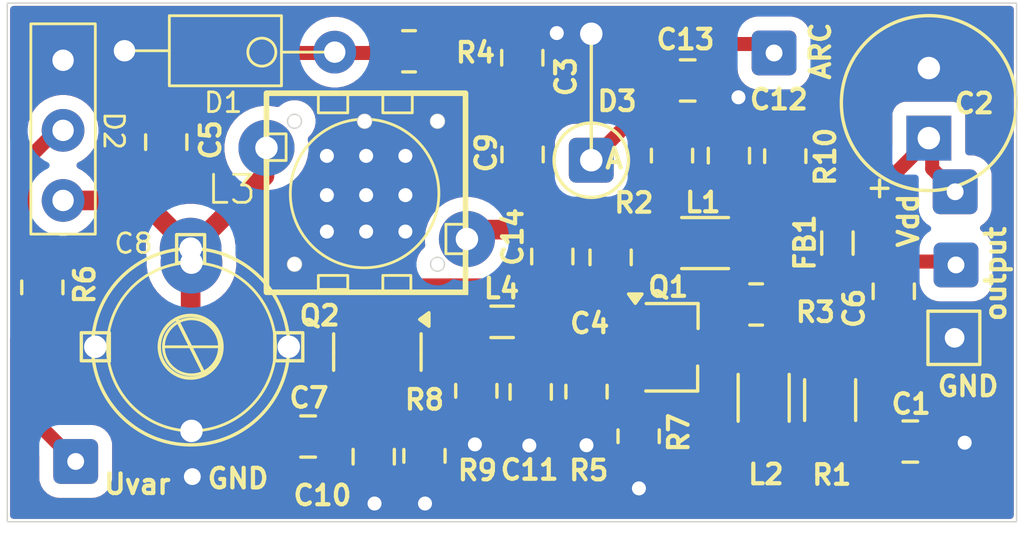
<source format=kicad_pcb>
(kicad_pcb (version 20241229) (generator "pcbnew") (generator_version "9.0")
  (layers (0 "F.Cu" signal) (4 "In1.Cu" signal) (6 "In2.Cu" signal) (2 "B.Cu" signal) (13 "F.Paste" user) (15 "B.Paste" user) (5 "F.SilkS" user "F.Silkscreen") (7 "B.SilkS" user "B.Silkscreen") (1 "F.Mask" user) (3 "B.Mask" user) (25 "Edge.Cuts" user))
  (net 0 "")
  (net 1 "GND")
  (net 2 "Net-(C1-Pad1)")
  (net 3 "+14V")
  (net 4 "Net-(C3-Pad2)")
  (net 5 "Net-(C6-Pad2)")
  (net 6 "Net-(Q1-B)")
  (net 7 "Net-(Q2-D)")
  (net 8 "Net-(D2-A2)")
  (net 9 "Net-(D1-A1)")
  (net 10 "Net-(Q1-E)")
  (net 11 "Net-(C11-Pad1)")
  (net 12 "Net-(Q2-G)")
  (net 13 "Net-(D2-K)")
  (net 14 "Net-(Q1-C)")
  (net 15 "Net-(Q2-S)")
  (net 16 "Net-(R6-Pad1)")
  (net 17 "Net-(FB1-Pad1)")
  (net 18 "Net-(C12-Pad1)")
  (net 19 "Net-(D3-K)")
  (net 20 "Net-(C14-Pad1)")
  (footprint "Connector_Wire:SolderWire-0.1sqmm_1x01_D0.4mm_OD1mm" (layer "F.Cu") (at 176.81 106.48)
    (property "Reference" "TP1")
    (property "Value" "Vdd" (at -1.67 1.03 270) (layer "F.SilkS") (effects (font (size 0.7 0.7))))
    (pad "1" thru_hole roundrect (at 0 0) (size 1.6 1.6) (drill 0.6) (layers "*.Cu" "*.Mask") (roundrect_rratio 0.15625) (net 3 "+14V"))
  )
  (footprint "Warikapy:BB105G" (layer "F.Cu") (at 150.98 101.5 180)
    (property "Reference" "D1" (at 0.28 -1.8 0) (layer "F.SilkS") (effects (font (size 0.7 0.7) (thickness 0.1))))
    (property "Value" "BB105G")
    (fp_line (start 2.2 0.05) (end 3.8 0.05) (stroke (width 0.1)) (layer "F.SilkS"))
    (fp_line (start -3.7 0) (end -1.8 0) (stroke (width 0.1)) (layer "F.SilkS"))
    (fp_rect (start -1.8 -1.2) (end 2.2 1.3) (stroke (width 0.1)) (fill no) (layer "F.SilkS"))
    (fp_circle (center -1.1 0) (end -0.8 0.4) (stroke (width 0.1)) (fill no) (layer "F.SilkS"))
    (pad "1" thru_hole circle (at -3.7 0 180) (size 1.524 1.524) (drill 0.762) (layers "*.Cu" "*.Mask") (net 9 "Net-(D1-A1)"))
    (pad "2" thru_hole circle (at 3.8 0.05 180) (size 1.524 1.524) (drill 0.762) (layers "*.Cu" "*.Mask") (net 1 "GND"))
  )
  (footprint "Capacitor_SMD:C_0805_2012Metric" (layer "F.Cu") (at 167.27 102.51)
    (property "Reference" "C13" (at -0.08 -1.46 0) (layer "F.SilkS") (effects (font (size 0.7 0.7))))
    (property "Value" "100n")
    (fp_line (start -0.261252 -0.735) (end 0.261252 -0.735) (stroke (width 0.12)) (layer "F.SilkS"))
    (fp_line (start -0.261252 0.735) (end 0.261252 0.735) (stroke (width 0.12)) (layer "F.SilkS"))
    (pad "1" smd roundrect (at -0.95 0) (size 1 1.45) (layers "F.Cu" "F.Mask" "F.Paste") (net 19 "Net-(D3-K)"))
    (pad "2" smd roundrect (at 0.95 0) (size 1 1.45) (layers "F.Cu" "F.Mask" "F.Paste") (net 1 "GND"))
  )
  (footprint "Resistor_SMD:R_0805_2012Metric" (layer "F.Cu") (at 144.25 109.89 90)
    (property "Reference" "R6" (at 0.1 1.51 90) (layer "F.SilkS") (effects (font (size 0.7 0.7))))
    (property "Value" "56k")
    (fp_line (start -0.227064 -0.735) (end 0.227064 -0.735) (stroke (width 0.12)) (layer "F.SilkS"))
    (fp_line (start -0.227064 0.735) (end 0.227064 0.735) (stroke (width 0.12)) (layer "F.SilkS"))
    (pad "1" smd roundrect (at -0.9125 0 90) (size 1.025 1.4) (layers "F.Cu" "F.Mask" "F.Paste") (roundrect_rratio 0.243902) (net 16 "Net-(R6-Pad1)"))
    (pad "2" smd roundrect (at 0.9125 0 90) (size 1.025 1.4) (layers "F.Cu" "F.Mask" "F.Paste") (roundrect_rratio 0.243902) (net 13 "Net-(D2-K)"))
  )
  (footprint "Resistor_SMD:R_0805_2012Metric" (layer "F.Cu") (at 166.71 105.19 -90)
    (property "Reference" "R2" (at 1.685 1.36 180) (layer "F.SilkS") (effects (font (size 0.7 0.7))))
    (property "Value" "1k")
    (fp_line (start -0.227064 0.735) (end 0.227064 0.735) (stroke (width 0.12)) (layer "F.SilkS"))
    (fp_line (start -0.227064 -0.735) (end 0.227064 -0.735) (stroke (width 0.12)) (layer "F.SilkS"))
    (pad "1" smd roundrect (at -0.9125 0 270) (size 1.025 1.4) (layers "F.Cu" "F.Mask" "F.Paste") (roundrect_rratio 0.243902) (net 19 "Net-(D3-K)"))
    (pad "2" smd roundrect (at 0.9125 0 270) (size 1.025 1.4) (layers "F.Cu" "F.Mask" "F.Paste") (roundrect_rratio 0.243902) (net 18 "Net-(C12-Pad1)"))
  )
  (footprint "Resistor_SMD:R_0805_2012Metric" (layer "F.Cu") (at 157.33 101.47 180)
    (property "Reference" "R4" (at -2.37 -0.05 0) (layer "F.SilkS") (effects (font (size 0.7 0.7))))
    (property "Value" "100k")
    (fp_line (start -0.227064 0.735) (end 0.227064 0.735) (stroke (width 0.12)) (layer "F.SilkS"))
    (fp_line (start -0.227064 -0.735) (end 0.227064 -0.735) (stroke (width 0.12)) (layer "F.SilkS"))
    (pad "1" smd roundrect (at -0.9125 0 180) (size 1.025 1.4) (layers "F.Cu" "F.Mask" "F.Paste") (roundrect_rratio 0.243902) (net 4 "Net-(C3-Pad2)"))
    (pad "2" smd roundrect (at 0.9125 0 180) (size 1.025 1.4) (layers "F.Cu" "F.Mask" "F.Paste") (roundrect_rratio 0.243902) (net 9 "Net-(D1-A1)"))
  )
  (footprint "Resistor_SMD:R_0805_2012Metric" (layer "F.Cu") (at 170.75 105.21 -90)
    (property "Reference" "R10" (at 0.02 -1.43 90) (layer "F.SilkS") (effects (font (size 0.7 0.7))))
    (property "Value" "1k")
    (fp_line (start -0.227064 0.735) (end 0.227064 0.735) (stroke (width 0.12)) (layer "F.SilkS"))
    (fp_line (start -0.227064 -0.735) (end 0.227064 -0.735) (stroke (width 0.12)) (layer "F.SilkS"))
    (pad "1" smd roundrect (at -0.9125 0 270) (size 1.025 1.4) (layers "F.Cu" "F.Mask" "F.Paste") (roundrect_rratio 0.243902) (net 19 "Net-(D3-K)"))
    (pad "2" smd roundrect (at 0.9125 0 270) (size 1.025 1.4) (layers "F.Cu" "F.Mask" "F.Paste") (roundrect_rratio 0.243902) (net 17 "Net-(FB1-Pad1)"))
  )
  (footprint "Inductor_SMD:L_0805_2012Metric" (layer "F.Cu") (at 172.61 108.31 90)
    (property "Reference" "FB1" (at 0.02 -1.16 90) (layer "F.SilkS") (effects (font (size 0.7 0.7))))
    (property "Value" "BLM21HE802SN1")
    (fp_line (start -0.399622 -0.56) (end 0.399622 -0.56) (stroke (width 0.12)) (layer "F.SilkS"))
    (fp_line (start -0.399622 0.56) (end 0.399622 0.56) (stroke (width 0.12)) (layer "F.SilkS"))
    (pad "1" smd roundrect (at -1.0625 0 90) (size 0.875 1.2) (layers "F.Cu" "F.Mask" "F.Paste") (net 17 "Net-(FB1-Pad1)"))
    (pad "2" smd roundrect (at 1.0625 0 90) (size 0.875 1.2) (layers "F.Cu" "F.Mask" "F.Paste") (net 3 "+14V"))
  )
  (footprint "Resistor_SMD:R_0805_2012Metric" (layer "F.Cu") (at 159.73 113.58 -90)
    (property "Reference" "R9" (at 2.84 -0.04 180) (layer "F.SilkS") (effects (font (size 0.7 0.7))))
    (property "Value" "470")
    (fp_line (start -0.227064 0.735) (end 0.227064 0.735) (stroke (width 0.12)) (layer "F.SilkS"))
    (fp_line (start -0.227064 -0.735) (end 0.227064 -0.735) (stroke (width 0.12)) (layer "F.SilkS"))
    (pad "1" smd roundrect (at -0.9125 0 270) (size 1.025 1.4) (layers "F.Cu" "F.Mask" "F.Paste") (roundrect_rratio 0.243902) (net 11 "Net-(C11-Pad1)"))
    (pad "2" smd roundrect (at 0.9125 0 270) (size 1.025 1.4) (layers "F.Cu" "F.Mask" "F.Paste") (roundrect_rratio 0.243902) (net 1 "GND"))
  )
  (footprint "Cewki:Cewka-powietrzna-5mm" (layer "F.Cu") (at 155.745 106.515 180)
    (property "Reference" "L3" (at 4.745 0.115 0) (layer "F.SilkS") (effects (font (thickness 0.1))))
    (property "Value" "120n")
    (fp_rect (start 2.8 1.15) (end 3.55 2.1) (stroke (width 0.1)) (fill no) (layer "F.SilkS"))
    (fp_rect (start 0.6 2.85) (end 1.65 3.5) (stroke (width 0.1)) (fill no) (layer "F.SilkS"))
    (fp_rect (start 0.6 -3.45) (end 1.65 -2.95) (stroke (width 0.1)) (fill no) (layer "F.SilkS"))
    (fp_rect (start -1.65 -3.5) (end -0.65 -2.95) (stroke (width 0.1)) (fill no) (layer "F.SilkS"))
    (fp_rect (start -1.7 2.85) (end -0.65 3.55) (stroke (width 0.1)) (fill no) (layer "F.SilkS"))
    (fp_rect (start -3.6 -3.55) (end 3.5 3.55) (stroke (width 0.2)) (fill no) (layer "F.SilkS"))
    (fp_rect (start -3.65 -2.175) (end -2.9 -1.125) (stroke (width 0.1)) (fill no) (layer "F.SilkS"))
    (fp_circle (center 0 -0.025) (end 2.65 -0.025) (stroke (width 0.1)) (fill no) (layer "F.SilkS"))
    (fp_circle (center 2.5 2.55) (end 2.75 2.55) (stroke (width 0.05)) (fill no) (layer "Edge.Cuts"))
    (fp_circle (center 2.5 -2.55) (end 2.75 -2.55) (stroke (width 0.05)) (fill no) (layer "Edge.Cuts"))
    (fp_circle (center 0 2.55) (end 0.25 2.55) (stroke (width 0.05)) (fill no) (layer "Edge.Cuts"))
    (fp_circle (center -2.6 2.55) (end -2.35 2.55) (stroke (width 0.05)) (fill no) (layer "Edge.Cuts"))
    (fp_circle (center -2.6 -2.55) (end -2.35 -2.55) (stroke (width 0.05)) (fill no) (layer "Edge.Cuts"))
    (pad "1" thru_hole circle (at -3.65 -1.65 180) (size 2 2) (drill 0.8) (layers "*.Cu" "*.Mask") (net 20 "Net-(C14-Pad1)"))
    (pad "2" thru_hole circle (at 3.5 1.6 180) (size 2 2) (drill 0.8) (layers "*.Cu" "*.Mask") (net 8 "Net-(D2-A2)"))
    (pad "3" thru_hole circle (at -2.6 -2.55 180) (size 0.2 0.2) (drill 0.5) (layers "*.Cu") (remove_unused_layers yes))
    (pad "4" thru_hole circle (at 2.5 -2.55 180) (size 1 1) (drill 0.5) (layers "*.Cu" "*.Mask") (net 1 "GND"))
    (pad "5" thru_hole circle (at -2.6 2.55 180) (size 1 1) (drill 0.5) (layers "*.Cu" "*.Mask") (net 1 "GND"))
    (pad "6" thru_hole circle (at 0 2.55 180) (size 1 1) (drill 0.5) (layers "*.Cu" "*.Mask") (net 1 "GND"))
    (pad "7" thru_hole circle (at 2.5 2.55 180) (size 0.2 0.2) (drill 0.5) (layers "*.Cu" "*.Mask") (remove_unused_layers yes))
  )
  (footprint "Capacitor_SMD:C_0805_2012Metric" (layer "F.Cu") (at 162.44 108.79 -90)
    (property "Reference" "C14" (at -0.7 1.41 270) (layer "F.SilkS") (effects (font (size 0.7 0.7))))
    (property "Value" "1n")
    (fp_line (start -0.261252 0.735) (end 0.261252 0.735) (stroke (width 0.12)) (layer "F.SilkS"))
    (fp_line (start -0.261252 -0.735) (end 0.261252 -0.735) (stroke (width 0.12)) (layer "F.SilkS"))
    (pad "1" smd roundrect (at -0.95 0 270) (size 1 1.45) (layers "F.Cu" "F.Mask" "F.Paste") (net 20 "Net-(C14-Pad1)"))
    (pad "2" smd roundrect (at 0.95 0 270) (size 1 1.45) (layers "F.Cu" "F.Mask" "F.Paste") (net 7 "Net-(Q2-D)"))
  )
  (footprint "Capacitor_SMD:C_0805_2012Metric" (layer "F.Cu") (at 156.07 115.93 -90)
    (property "Reference" "C10" (at 1.38 1.83 180) (layer "F.SilkS") (effects (font (size 0.7 0.7))))
    (property "Value" "5p6")
    (fp_line (start -0.261252 0.735) (end 0.261252 0.735) (stroke (width 0.12)) (layer "F.SilkS"))
    (fp_line (start -0.261252 -0.735) (end 0.261252 -0.735) (stroke (width 0.12)) (layer "F.SilkS"))
    (pad "1" smd roundrect (at -0.95 0 270) (size 1 1.45) (layers "F.Cu" "F.Mask" "F.Paste") (net 12 "Net-(Q2-G)"))
    (pad "2" smd roundrect (at 0.95 0 270) (size 1 1.45) (layers "F.Cu" "F.Mask" "F.Paste") (net 1 "GND"))
  )
  (footprint "Capacitor_SMD:C_0805_2012Metric" (layer "F.Cu") (at 175.21 115.39)
    (property "Reference" "C1" (at 0.03 -1.34 0) (layer "F.SilkS") (effects (font (size 0.7 0.7))))
    (property "Value" "100n")
    (fp_line (start -0.261252 -0.735) (end 0.261252 -0.735) (stroke (width 0.12)) (layer "F.SilkS"))
    (fp_line (start -0.261252 0.735) (end 0.261252 0.735) (stroke (width 0.12)) (layer "F.SilkS"))
    (pad "1" smd roundrect (at -0.95 0) (size 1 1.45) (layers "F.Cu" "F.Mask" "F.Paste") (net 2 "Net-(C1-Pad1)"))
    (pad "2" smd roundrect (at 0.95 0) (size 1 1.45) (layers "F.Cu" "F.Mask" "F.Paste") (net 1 "GND"))
  )
  (footprint "Trymery-ceramiczne:Trymer 10pF" (layer "F.Cu") (at 149.57 112.01)
    (property "Reference" "C15" (hide yes))
    (property "Value" "3p/10p")
    (fp_line (start -1 0) (end 1 0) (stroke (width 0.1)) (layer "F.SilkS"))
    (fp_circle (center 0 0) (end 0.8 0.6) (stroke (width 0.1)) (fill no) (layer "F.SilkS"))
    (fp_circle (center 0 0) (end 3 0) (stroke (width 0.1)) (fill no) (layer "F.SilkS"))
    (pad "1" thru_hole circle (at 0 -3) (size 2.2 2.2) (drill 0.8) (layers "*.Cu" "*.Mask") (net 8 "Net-(D2-A2)"))
    (pad "2" thru_hole circle (at 0 3) (size 2.2 2.2) (drill 0.8) (layers "*.Cu" "*.Mask") (net 1 "GND"))
  )
  (footprint "Resistor_SMD:R_0805_2012Metric" (layer "F.Cu") (at 157.88 115.9 -90)
    (property "Reference" "R8" (at -2 0 180) (layer "F.SilkS") (effects (font (size 0.7 0.7))))
    (property "Value" "5k1")
    (fp_line (start -0.227064 0.735) (end 0.227064 0.735) (stroke (width 0.12)) (layer "F.SilkS"))
    (fp_line (start -0.227064 -0.735) (end 0.227064 -0.735) (stroke (width 0.12)) (layer "F.SilkS"))
    (pad "1" smd roundrect (at -0.9125 0 270) (size 1.025 1.4) (layers "F.Cu" "F.Mask" "F.Paste") (roundrect_rratio 0.243902) (net 12 "Net-(Q2-G)"))
    (pad "2" smd roundrect (at 0.9125 0 270) (size 1.025 1.4) (layers "F.Cu" "F.Mask" "F.Paste") (roundrect_rratio 0.243902) (net 1 "GND"))
  )
  (footprint "Connector_Wire:SolderWire-0.1sqmm_1x01_D0.4mm_OD1mm" (layer "F.Cu") (at 170.35 101.53)
    (property "Reference" "TP3")
    (property "Value" "ARC" (at 1.65 -0.07 90) (layer "F.SilkS") (effects (font (size 0.7 0.7))))
    (pad "1" thru_hole roundrect (at 0 0) (size 1.6 1.6) (drill 0.6) (layers "*.Cu" "*.Mask") (roundrect_rratio 0.15625) (net 4 "Net-(C3-Pad2)"))
  )
  (footprint "Connector_Wire:SolderWire-0.1sqmm_1x01_D0.4mm_OD1mm" (layer "F.Cu") (at 176.84 109.09)
    (property "Reference" "TP4" (hide yes))
    (property "Value" "output" (at 1.41 0.32 90) (layer "F.SilkS") (effects (font (size 0.7 0.7))))
    (pad "1" thru_hole roundrect (at 0 0) (size 1.6 1.6) (drill 0.6) (layers "*.Cu" "*.Mask") (roundrect_rratio 0.15625) (net 5 "Net-(C6-Pad2)"))
  )
  (footprint "Inductor_SMD:L_1206_3216Metric" (layer "F.Cu") (at 169.98 113.83 -90)
    (property "Reference" "L2" (at 2.73 -0.08 180) (layer "F.SilkS") (effects (font (size 0.7 0.7))))
    (property "Value" "100u")
    (fp_line (start -0.835242 0.91) (end 0.835242 0.91) (stroke (width 0.12)) (layer "F.SilkS"))
    (fp_line (start -0.835242 -0.91) (end 0.835242 -0.91) (stroke (width 0.12)) (layer "F.SilkS"))
    (pad "1" smd roundrect (at -1.575 0 270) (size 1.05 1.9) (layers "F.Cu" "F.Mask" "F.Paste") (roundrect_rratio 0.238095) (net 14 "Net-(Q1-C)"))
    (pad "2" smd roundrect (at 1.575 0 270) (size 1.05 1.9) (layers "F.Cu" "F.Mask" "F.Paste") (roundrect_rratio 0.238095) (net 2 "Net-(C1-Pad1)"))
  )
  (footprint "Capacitor_SMD:C_0805_2012Metric" (layer "F.Cu") (at 161.38 105.15 90)
    (property "Reference" "C9" (at 0.06 -1.3 90) (layer "F.SilkS") (effects (font (size 0.7 0.7))))
    (property "Value" "47p")
    (fp_line (start -0.261252 -0.735) (end 0.261252 -0.735) (stroke (width 0.12)) (layer "F.SilkS"))
    (fp_line (start -0.261252 0.735) (end 0.261252 0.735) (stroke (width 0.12)) (layer "F.SilkS"))
    (pad "1" smd roundrect (at -0.95 0 90) (size 1 1.45) (layers "F.Cu" "F.Mask" "F.Paste") (net 20 "Net-(C14-Pad1)"))
    (pad "2" smd roundrect (at 0.95 0 90) (size 1 1.45) (layers "F.Cu" "F.Mask" "F.Paste") (net 1 "GND"))
  )
  (footprint "Resistor_SMD:R_0805_2012Metric" (layer "F.Cu") (at 169.71 110.5)
    (property "Reference" "R3" (at 2.115 0.275 0) (layer "F.SilkS") (effects (font (size 0.7 0.7))))
    (property "Value" "30k")
    (fp_line (start -0.227064 -0.735) (end 0.227064 -0.735) (stroke (width 0.12)) (layer "F.SilkS"))
    (fp_line (start -0.227064 0.735) (end 0.227064 0.735) (stroke (width 0.12)) (layer "F.SilkS"))
    (pad "1" smd roundrect (at -0.9125 0) (size 1.025 1.4) (layers "F.Cu" "F.Mask" "F.Paste") (roundrect_rratio 0.243902) (net 6 "Net-(Q1-B)"))
    (pad "2" smd roundrect (at 0.9125 0) (size 1.025 1.4) (layers "F.Cu" "F.Mask" "F.Paste") (roundrect_rratio 0.243902) (net 14 "Net-(Q1-C)"))
  )
  (footprint "Capacitor_SMD:C_0805_2012Metric" (layer "F.Cu") (at 148.67 104.71 -90)
    (property "Reference" "C5" (at -0.08 -1.58 90) (layer "F.SilkS") (effects (font (size 0.7 0.7))))
    (property "Value" "1p")
    (fp_line (start -0.261252 0.735) (end 0.261252 0.735) (stroke (width 0.12)) (layer "F.SilkS"))
    (fp_line (start -0.261252 -0.735) (end 0.261252 -0.735) (stroke (width 0.12)) (layer "F.SilkS"))
    (pad "1" smd roundrect (at -0.95 0 270) (size 1 1.45) (layers "F.Cu" "F.Mask" "F.Paste") (net 9 "Net-(D1-A1)"))
    (pad "2" smd roundrect (at 0.95 0 270) (size 1 1.45) (layers "F.Cu" "F.Mask" "F.Paste") (net 8 "Net-(D2-A2)"))
  )
  (footprint "Package_TO_SOT_SMD:SOT-23" (layer "F.Cu") (at 156.2 112.1975 -90)
    (property "Reference" "Q2" (at -1.2975 2.06 180) (layer "F.SilkS") (effects (font (size 0.7 0.7))))
    (property "Value" "BF545B")
    (fp_line (start 0 1.56) (end -0.65 1.56) (stroke (width 0.12)) (layer "F.SilkS"))
    (fp_line (start 0 1.56) (end 0.65 1.56) (stroke (width 0.12)) (layer "F.SilkS"))
    (fp_line (start 0 -1.56) (end -0.65 -1.56) (stroke (width 0.12)) (layer "F.SilkS"))
    (fp_line (start 0 -1.56) (end 0.65 -1.56) (stroke (width 0.12)) (layer "F.SilkS"))
    (fp_poly (pts (xy -1.1625 -1.51) (xy -1.4025 -1.84) (xy -0.9225 -1.84)) (stroke (width 0.12)) (fill yes) (layer "F.SilkS"))
    (pad "1" smd roundrect (at -0.9375 -0.95 270) (size 1.475 0.6) (layers "F.Cu" "F.Mask" "F.Paste") (net 15 "Net-(Q2-S)"))
    (pad "2" smd roundrect (at -0.9375 0.95 270) (size 1.475 0.6) (layers "F.Cu" "F.Mask" "F.Paste") (net 7 "Net-(Q2-D)"))
    (pad "3" smd roundrect (at 0.9375 0 270) (size 1.475 0.6) (layers "F.Cu" "F.Mask" "F.Paste") (net 12 "Net-(Q2-G)"))
  )
  (footprint "Connector_Wire:SolderWire-0.1sqmm_1x01_D0.4mm_OD1mm" (layer "F.Cu") (at 149.6 116.64)
    (property "Reference" "TP2")
    (property "Value" "GND" (at 1.63 0.07 0) (layer "F.SilkS") (effects (font (size 0.7 0.7))))
    (pad "1" thru_hole roundrect (at 0 0) (size 1.6 1.6) (drill 0.6) (layers "*.Cu" "*.Mask") (roundrect_rratio 0.15625) (net 1 "GND"))
  )
  (footprint "Capacitor_SMD:C_0805_2012Metric" (layer "F.Cu") (at 161.37 101.7 -90)
    (property "Reference" "C3" (at 0.675 -1.555 90) (layer "F.SilkS") (effects (font (size 0.7 0.7))))
    (property "Value" "10n")
    (fp_line (start -0.261252 0.735) (end 0.261252 0.735) (stroke (width 0.12)) (layer "F.SilkS"))
    (fp_line (start -0.261252 -0.735) (end 0.261252 -0.735) (stroke (width 0.12)) (layer "F.SilkS"))
    (pad "1" smd roundrect (at -0.95 0 270) (size 1 1.45) (layers "F.Cu" "F.Mask" "F.Paste") (net 1 "GND"))
    (pad "2" smd roundrect (at 0.95 0 270) (size 1 1.45) (layers "F.Cu" "F.Mask" "F.Paste") (net 4 "Net-(C3-Pad2)"))
  )
  (footprint "Capacitor_THT:CP_Radial_Tantal_D6.0mm_P2.50mm" (layer "F.Cu") (at 175.87 104.567626 90)
    (property "Reference" "C2" (at 1.237626 1.62 180) (layer "F.SilkS") (effects (font (size 0.7 0.7))))
    (property "Value" "33u/16V")
    (fp_line (start -1.789749 -2.055) (end -1.789749 -1.455) (stroke (width 0.12)) (layer "F.SilkS"))
    (fp_line (start -2.089749 -1.755) (end -1.489749 -1.755) (stroke (width 0.12)) (layer "F.SilkS"))
    (fp_circle (center 1.25 0) (end 4.37 0) (stroke (width 0.12)) (fill no) (layer "F.SilkS"))
    (pad "1" thru_hole rect (at 0 0 90) (size 1.6 1.6) (drill 0.8) (layers "*.Cu" "*.Mask") (net 3 "+14V"))
    (pad "2" thru_hole circle (at 2.5 0 90) (size 1.6 1.6) (drill 0.8) (layers "*.Cu" "*.Mask") (net 1 "GND"))
  )
  (footprint "Capacitor_SMD:C_0805_2012Metric" (layer "F.Cu") (at 168.74 105.19 90)
    (property "Reference" "C12" (at 2 1.78 0) (layer "F.SilkS") (effects (font (size 0.7 0.7))))
    (property "Value" "100n")
    (fp_line (start -0.261252 -0.735) (end 0.261252 -0.735) (stroke (width 0.12)) (layer "F.SilkS"))
    (fp_line (start -0.261252 0.735) (end 0.261252 0.735) (stroke (width 0.12)) (layer "F.SilkS"))
    (pad "1" smd roundrect (at -0.95 0 90) (size 1 1.45) (layers "F.Cu" "F.Mask" "F.Paste") (net 18 "Net-(C12-Pad1)"))
    (pad "2" smd roundrect (at 0.95 0 90) (size 1 1.45) (layers "F.Cu" "F.Mask" "F.Paste") (net 1 "GND"))
  )
  (footprint "Trymery_ceramiczne:Trymer 3-10pF" (layer "F.Cu") (at 149.54 112.0085 180)
    (property "Reference" "C8" (at 2.04 3.6835 0) (layer "F.SilkS") (effects (font (size 0.7 0.7) (thickness 0.1))))
    (property "Value" "3p/10p")
    (fp_line (start -0.5 -1) (end 0.5 1) (stroke (width 0.12)) (layer "F.SilkS"))
    (fp_rect (start 2.9 -0.5) (end 3.9 0.5) (stroke (width 0.12)) (fill no) (layer "F.SilkS"))
    (fp_rect (start -0.5 3) (end 0.5 4) (stroke (width 0.12)) (fill no) (layer "F.SilkS"))
    (fp_rect (start -4 -0.5) (end -3 0.5) (stroke (width 0.12)) (fill no) (layer "F.SilkS"))
    (fp_circle (center 0 0) (end 3.5 0) (stroke (width 0.12)) (fill no) (layer "F.SilkS"))
    (fp_circle (center 0 0) (end 1 0.5) (stroke (width 0.12)) (fill no) (layer "F.SilkS"))
    (pad "1" thru_hole circle (at 0 3.5 180) (size 2.2 2.2) (drill 0.8) (layers "*.Cu" "*.Mask") (net 8 "Net-(D2-A2)"))
    (pad "2" thru_hole circle (at -3.5 0 180) (size 2.2 2.2) (drill 0.8) (layers "*.Cu" "*.Mask") (net 1 "GND"))
    (pad "2" thru_hole circle (at 3.4 0 180) (size 2.2 2.2) (drill 0.8) (layers "*.Cu" "*.Mask") (net 1 "GND"))
  )
  (footprint "Resistor_SMD:R_0805_2012Metric" (layer "F.Cu") (at 165.52 115.2 90)
    (property "Reference" "R7" (at 0.13 1.43 90) (layer "F.SilkS") (effects (font (size 0.7 0.7))))
    (property "Value" "6k2")
    (fp_line (start -0.227064 -0.735) (end 0.227064 -0.735) (stroke (width 0.12)) (layer "F.SilkS"))
    (fp_line (start -0.227064 0.735) (end 0.227064 0.735) (stroke (width 0.12)) (layer "F.SilkS"))
    (pad "1" smd roundrect (at -0.9125 0 90) (size 1.025 1.4) (layers "F.Cu" "F.Mask" "F.Paste") (roundrect_rratio 0.243902) (net 1 "GND"))
    (pad "2" smd roundrect (at 0.9125 0 90) (size 1.025 1.4) (layers "F.Cu" "F.Mask" "F.Paste") (roundrect_rratio 0.243902) (net 10 "Net-(Q1-E)"))
  )
  (footprint "Resistor_SMD:R_1206_3216Metric" (layer "F.Cu") (at 172.35 113.91 -90)
    (property "Reference" "R1" (at 2.67 -0.06 180) (layer "F.SilkS") (effects (font (size 0.7 0.7))))
    (property "Value" "470")
    (fp_line (start -0.727064 0.91) (end 0.727064 0.91) (stroke (width 0.12)) (layer "F.SilkS"))
    (fp_line (start -0.727064 -0.91) (end 0.727064 -0.91) (stroke (width 0.12)) (layer "F.SilkS"))
    (pad "1" smd roundrect (at -1.4625 0 270) (size 1.125 1.75) (layers "F.Cu" "F.Mask" "F.Paste") (roundrect_rratio 0.222222) (net 17 "Net-(FB1-Pad1)"))
    (pad "2" smd roundrect (at 1.4625 0 270) (size 1.125 1.75) (layers "F.Cu" "F.Mask" "F.Paste") (roundrect_rratio 0.222222) (net 2 "Net-(C1-Pad1)"))
  )
  (footprint "Inductor_SMD:L_1206_3216Metric" (layer "F.Cu") (at 167.89 108.31)
    (property "Reference" "L1" (at -0.08 -1.45 0) (layer "F.SilkS") (effects (font (size 0.7 0.7))))
    (property "Value" "100u")
    (fp_line (start -0.835242 -0.91) (end 0.835242 -0.91) (stroke (width 0.12)) (layer "F.SilkS"))
    (fp_line (start -0.835242 0.91) (end 0.835242 0.91) (stroke (width 0.12)) (layer "F.SilkS"))
    (pad "1" smd roundrect (at -1.575 0) (size 1.05 1.9) (layers "F.Cu" "F.Mask" "F.Paste") (roundrect_rratio 0.238095) (net 7 "Net-(Q2-D)"))
    (pad "2" smd roundrect (at 1.575 0) (size 1.05 1.9) (layers "F.Cu" "F.Mask" "F.Paste") (roundrect_rratio 0.238095) (net 18 "Net-(C12-Pad1)"))
  )
  (footprint "Warikapy:BB104B" (layer "F.Cu") (at 144.99 104.39 -90)
    (property "Reference" "D2" (at -0.09 -1.81 270) (layer "F.SilkS") (effects (font (size 0.7 0.7) (thickness 0.1))))
    (property "Value" "BB104B")
    (fp_rect (start -3.9 -1.15) (end 3.6 1.15) (stroke (width 0.1)) (fill no) (layer "F.SilkS"))
    (pad "1" thru_hole circle (at -2.6 0 270) (size 1.524 1.524) (drill 0.762) (layers "*.Cu" "*.Mask") (net 1 "GND"))
    (pad "2" thru_hole circle (at 2.4 0 270) (size 1.524 1.524) (drill 0.762) (layers "*.Cu" "*.Mask") (net 8 "Net-(D2-A2)"))
    (pad "3" thru_hole circle (at -0.1 0 270) (size 1.524 1.524) (drill 0.762) (layers "*.Cu" "*.Mask") (net 13 "Net-(D2-K)"))
  )
  (footprint "Capacitor_SMD:C_0805_2012Metric" (layer "F.Cu") (at 174.62 110.03 90)
    (property "Reference" "C6" (at -0.61 -1.42 90) (layer "F.SilkS") (effects (font (size 0.7 0.7))))
    (property "Value" "1n")
    (fp_line (start -0.261252 -0.735) (end 0.261252 -0.735) (stroke (width 0.12)) (layer "F.SilkS"))
    (fp_line (start -0.261252 0.735) (end 0.261252 0.735) (stroke (width 0.12)) (layer "F.SilkS"))
    (pad "1" smd roundrect (at -0.95 0 90) (size 1 1.45) (layers "F.Cu" "F.Mask" "F.Paste") (net 10 "Net-(Q1-E)"))
    (pad "2" smd roundrect (at 0.95 0 90) (size 1 1.45) (layers "F.Cu" "F.Mask" "F.Paste") (net 5 "Net-(C6-Pad2)"))
  )
  (footprint "Connector_Wire:SolderWire-0.1sqmm_1x01_D0.4mm_OD1mm" (layer "F.Cu") (at 145.44 116.1)
    (property "Reference" "TP5")
    (property "Value" "Uvar" (at 2.2 0.81 180) (layer "F.SilkS") (effects (font (size 0.7 0.7))))
    (pad "1" thru_hole roundrect (at 0 0) (size 1.6 1.6) (drill 0.6) (layers "*.Cu" "*.Mask") (roundrect_rratio 0.15625) (net 16 "Net-(R6-Pad1)"))
  )
  (footprint "Capacitor_SMD:C_0805_2012Metric" (layer "F.Cu") (at 161.67 113.62 -90)
    (property "Reference" "C11" (at 2.78 0.04 180) (layer "F.SilkS") (effects (font (size 0.7 0.7))))
    (property "Value" "1n")
    (fp_line (start -0.261252 0.735) (end 0.261252 0.735) (stroke (width 0.12)) (layer "F.SilkS"))
    (fp_line (start -0.261252 -0.735) (end 0.261252 -0.735) (stroke (width 0.12)) (layer "F.SilkS"))
    (pad "1" smd roundrect (at -0.95 0 270) (size 1 1.45) (layers "F.Cu" "F.Mask" "F.Paste") (net 11 "Net-(C11-Pad1)"))
    (pad "2" smd roundrect (at 0.95 0 270) (size 1 1.45) (layers "F.Cu" "F.Mask" "F.Paste") (net 1 "GND"))
  )
  (footprint "Resistor_SMD:R_0805_2012Metric" (layer "F.Cu") (at 163.66 113.61 90)
    (property "Reference" "R5" (at -2.81 0.08 180) (layer "F.SilkS") (effects (font (size 0.7 0.7))))
    (property "Value" "47k")
    (fp_line (start -0.227064 -0.735) (end 0.227064 -0.735) (stroke (width 0.12)) (layer "F.SilkS"))
    (fp_line (start -0.227064 0.735) (end 0.227064 0.735) (stroke (width 0.12)) (layer "F.SilkS"))
    (pad "1" smd roundrect (at -0.9125 0 90) (size 1.025 1.4) (layers "F.Cu" "F.Mask" "F.Paste") (roundrect_rratio 0.243902) (net 1 "GND"))
    (pad "2" smd roundrect (at 0.9125 0 90) (size 1.025 1.4) (layers "F.Cu" "F.Mask" "F.Paste") (roundrect_rratio 0.243902) (net 6 "Net-(Q1-B)"))
  )
  (footprint "Connector_Pin:Pin_D0.7mm_L6.5mm_W1.8mm_FlatFork" (layer "F.Cu") (at 176.79 111.69)
    (property "Reference" "TP6" (hide yes))
    (property "Value" "TestPoint")
    (fp_line (start -0.95 -0.95) (end -0.95 0.95) (stroke (width 0.12)) (layer "F.SilkS"))
    (fp_line (start -0.95 0.95) (end 0.9 0.95) (stroke (width 0.12)) (layer "F.SilkS"))
    (fp_line (start 0.9 -0.95) (end -0.95 -0.95) (stroke (width 0.12)) (layer "F.SilkS"))
    (fp_line (start 0.9 -0.9) (end 0.9 -0.95) (stroke (width 0.12)) (layer "F.SilkS"))
    (fp_line (start 0.9 0.95) (end 0.9 -0.9) (stroke (width 0.12)) (layer "F.SilkS"))
    (pad "1" thru_hole circle (at 0 0) (size 1.4 1.4) (drill 0.7) (layers "*.Cu" "*.Mask") (net 1 "GND"))
  )
  (footprint "Capacitor_SMD:C_0805_2012Metric" (layer "F.Cu") (at 164.52 108.82 -90)
    (property "Reference" "C4" (at 2.355 0.745 180) (layer "F.SilkS") (effects (font (size 0.7 0.7))))
    (property "Value" "2p2")
    (fp_line (start -0.261252 0.735) (end 0.261252 0.735) (stroke (width 0.12)) (layer "F.SilkS"))
    (fp_line (start -0.261252 -0.735) (end 0.261252 -0.735) (stroke (width 0.12)) (layer "F.SilkS"))
    (pad "1" smd roundrect (at -0.95 0 270) (size 1 1.45) (layers "F.Cu" "F.Mask" "F.Paste") (net 7 "Net-(Q2-D)"))
    (pad "2" smd roundrect (at 0.95 0 270) (size 1 1.45) (layers "F.Cu" "F.Mask" "F.Paste") (net 6 "Net-(Q1-B)"))
  )
  (footprint "Inductor_SMD:L_0805_2012Metric" (layer "F.Cu") (at 160.65 111.12)
    (property "Reference" "L4" (at -0.02 -1.19 0) (layer "F.SilkS") (effects (font (size 0.7 0.7))))
    (property "Value" "100n")
    (fp_line (start -0.399622 -0.56) (end 0.399622 -0.56) (stroke (width 0.12)) (layer "F.SilkS"))
    (fp_line (start -0.399622 0.56) (end 0.399622 0.56) (stroke (width 0.12)) (layer "F.SilkS"))
    (pad "1" smd roundrect (at -1.0625 0) (size 0.875 1.2) (layers "F.Cu" "F.Mask" "F.Paste") (net 15 "Net-(Q2-S)"))
    (pad "2" smd roundrect (at 1.0625 0) (size 0.875 1.2) (layers "F.Cu" "F.Mask" "F.Paste") (net 11 "Net-(C11-Pad1)"))
  )
  (footprint "Diode_THT:D_DO-35_SOD27_P3.81mm_Vertical_AnodeUp" (layer "F.Cu") (at 163.83 104.655 90)
    (property "Reference" "D3" (at 1.405 0.92 180) (layer "F.SilkS") (effects (font (size 0.7 0.7))))
    (property "Value" "10V")
    (fp_line (start -0.7 0) (end 3.8 0) (stroke (width 0.12)) (layer "F.SilkS"))
    (fp_circle (center -0.7 0) (end 0.626371 0) (stroke (width 0.12)) (fill no) (layer "F.SilkS"))
    (fp_text user "A" (at -0.645 0.82 180) (layer "F.SilkS") (effects (font (size 0.7 0.7))))
    (pad "1" thru_hole roundrect (at -0.7 0 90) (size 1.6 1.6) (drill 0.8) (layers "*.Cu" "*.Mask") (roundrect_rratio 0.15625) (net 19 "Net-(D3-K)"))
    (pad "2" thru_hole circle (at 3.81 0 90) (size 1.6 1.6) (drill 0.8) (layers "*.Cu" "*.Mask") (net 1 "GND"))
  )
  (footprint "Capacitor_SMD:C_0805_2012Metric" (layer "F.Cu") (at 153.73 115.21)
    (property "Reference" "C7" (at 0.03 -1.38 0) (layer "F.SilkS") (effects (font (size 0.7 0.7))))
    (property "Value" "6p8")
    (fp_line (start -0.261252 -0.735) (end 0.261252 -0.735) (stroke (width 0.12)) (layer "F.SilkS"))
    (fp_line (start -0.261252 0.735) (end 0.261252 0.735) (stroke (width 0.12)) (layer "F.SilkS"))
    (pad "1" smd roundrect (at -0.95 0) (size 1 1.45) (layers "F.Cu" "F.Mask" "F.Paste") (net 8 "Net-(D2-A2)"))
    (pad "2" smd roundrect (at 0.95 0) (size 1 1.45) (layers "F.Cu" "F.Mask" "F.Paste") (net 12 "Net-(Q2-G)"))
  )
  (footprint "Package_TO_SOT_SMD:TSOT-23" (layer "F.Cu") (at 166.68 112.0075)
    (property "Reference" "Q1" (at -0.105 -2.1325 0) (layer "F.SilkS") (effects (font (size 0.7 0.7))))
    (property "Value" "BFS17S")
    (fp_line (start 0.945 0.69) (end 0.945 1.58) (stroke (width 0.12)) (layer "F.SilkS"))
    (fp_line (start 0.945 1.58) (end -0.905 1.58) (stroke (width 0.12)) (layer "F.SilkS"))
    (fp_line (start 0.96 -1.54) (end -0.89 -1.54) (stroke (width 0.12)) (layer "F.SilkS"))
    (fp_line (start 0.96 -1.54) (end 0.96 -0.65) (stroke (width 0.12)) (layer "F.SilkS"))
    (fp_poly (pts (xy -1.28 -1.55) (xy -1.52 -1.88) (xy -1.04 -1.88) (xy -1.28 -1.55)) (stroke (width 0.12)) (fill yes) (layer "F.SilkS"))
    (pad "1" smd roundrect (at -1.31 -0.95) (size 1.22 0.65) (layers "F.Cu" "F.Mask" "F.Paste") (net 6 "Net-(Q1-B)"))
    (pad "2" smd roundrect (at -1.31 0.95) (size 1.22 0.65) (layers "F.Cu" "F.Mask" "F.Paste") (net 10 "Net-(Q1-E)"))
    (pad "3" smd roundrect (at 1.31 0) (size 1.22 0.65) (layers "F.Cu" "F.Mask" "F.Paste") (net 14 "Net-(Q1-C)"))
  )
  (gr_rect (start 143 99.75) (end 179 118.25) (stroke (width 0.05)) (fill no) (layer "Edge.Cuts"))
  (gr_text "GND" (at 177.27 113.42 0) (layer "F.SilkS") (effects (font (size 0.7 0.7))))
  (via (at 155.8 105.2) (size 1) (drill 0.5) (layers "F.Cu" "B.Cu") (net 1))
  (via (at 155.8 107.9) (size 1) (drill 0.5) (layers "F.Cu" "B.Cu") (net 1))
  (via (at 169.08 103.11) (size 1) (drill 0.5) (layers "F.Cu" "B.Cu") (net 1))
  (via (at 163.66 115.52) (size 1) (drill 0.5) (layers "F.Cu" "B.Cu") (net 1))
  (via (at 165.53 117.06) (size 1) (drill 0.5) (layers "F.Cu" "B.Cu") (net 1))
  (via (at 154.4 105.2) (size 1) (drill 0.5) (layers "F.Cu" "B.Cu") (net 1))
  (via (at 157.2 105.2) (size 1) (drill 0.5) (layers "F.Cu" "B.Cu") (net 1))
  (via (at 154.4 106.6) (size 1) (drill 0.5) (layers "F.Cu" "B.Cu") (net 1))
  (via (at 162.6 100.82) (size 1) (drill 0.5) (layers "F.Cu" "B.Cu") (net 1))
  (via (at 155.8 106.6) (size 1) (drill 0.5) (layers "F.Cu" "B.Cu") (net 1))
  (via (at 154.4 107.9) (size 1) (drill 0.5) (layers "F.Cu" "B.Cu") (net 1))
  (via (at 156.1 117.6) (size 1) (drill 0.5) (layers "F.Cu" "B.Cu") (net 1))
  (via (at 157.2 106.6) (size 1) (drill 0.5) (layers "F.Cu" "B.Cu") (net 1))
  (via (at 157.2 107.9) (size 1) (drill 0.5) (layers "F.Cu" "B.Cu") (net 1))
  (via (at 159.68 115.49) (size 1) (drill 0.5) (layers "F.Cu" "B.Cu") (net 1))
  (via (at 157.9 117.6) (size 1) (drill 0.5) (layers "F.Cu" "B.Cu") (net 1))
  (via (at 161.62 115.53) (size 1) (drill 0.5) (layers "F.Cu" "B.Cu") (net 1))
  (via (at 177.15 115.43) (size 1) (drill 0.5) (layers "F.Cu" "B.Cu") (net 1))
  (segment (start 172.37 115.3925) (end 174.2575 115.3925) (width 0.5) (layer "F.Cu") (net 2))
  (segment (start 172.35 115.3725) (end 172.33 115.3925) (width 0.4) (layer "F.Cu") (net 2))
  (segment (start 172.35 115.3725) (end 172.37 115.3925) (width 0.5) (layer "F.Cu") (net 2))
  (segment (start 174.2575 115.3925) (end 174.26 115.39) (width 0.5) (layer "F.Cu") (net 2))
  (segment (start 172.33 115.3925) (end 170.1325 115.3925) (width 0.4) (layer "F.Cu") (net 2))
  (segment (start 176.81 106.25) (end 176.8 106.24) (width 0.5) (layer "F.Cu") (net 3))
  (segment (start 172.61 107.2475) (end 172.6475 107.21) (width 0.5) (layer "F.Cu") (net 3))
  (segment (start 173.29 107.21) (end 175.87375 104.62625) (width 0.5) (layer "F.Cu") (net 3))
  (segment (start 175.87 104.567626) (end 175.99 104.687626) (width 0.5) (layer "F.Cu") (net 3))
  (segment (start 172.6475 107.21) (end 173.29 107.21) (width 0.5) (layer "F.Cu") (net 3))
  (segment (start 175.99 104.687626) (end 175.99 105.66) (width 0.5) (layer "F.Cu") (net 3))
  (segment (start 175.99 105.66) (end 176.81 106.48) (width 0.5) (layer "F.Cu") (net 3))
  (segment (start 160.118125 102.59) (end 160.11 102.59) (width 0.5) (layer "F.Cu") (net 4))
  (segment (start 164.39 102.62) (end 161.15 102.62) (width 0.5) (layer "F.Cu") (net 4))
  (segment (start 161.201875 102.59) (end 160.118125 102.59) (width 0.5) (layer "F.Cu") (net 4))
  (segment (start 170.35 101.53) (end 170.03 101.21) (width 0.5) (layer "F.Cu") (net 4))
  (segment (start 158.99 101.47) (end 157.99625 101.47) (width 0.5) (layer "F.Cu") (net 4))
  (segment (start 160.11 102.59) (end 158.99 101.47) (width 0.5) (layer "F.Cu") (net 4))
  (segment (start 170.03 101.21) (end 165.73 101.21) (width 0.5) (layer "F.Cu") (net 4))
  (segment (start 165.73 101.21) (end 164.45 102.49) (width 0.5) (layer "F.Cu") (net 4))
  (segment (start 176.88 109.25) (end 177.14 108.99) (width 0.5) (layer "F.Cu") (net 5))
  (segment (start 175 108.97) (end 176.88 108.97) (width 0.5) (layer "F.Cu") (net 5))
  (segment (start 176.69 108.84) (end 176.82 108.97) (width 0.5) (layer "F.Cu") (net 5))
  (segment (start 164.0025 111.0575) (end 165.37 111.0575) (width 0.5) (layer "F.Cu") (net 6))
  (segment (start 163.6 111.46) (end 164.0025 111.0575) (width 0.5) (layer "F.Cu") (net 6))
  (segment (start 164.61 109.89) (end 164.61 111.0375) (width 0.5) (layer "F.Cu") (net 6))
  (segment (start 163.6 112.7275) (end 163.6 111.46) (width 0.5) (layer "F.Cu") (net 6))
  (segment (start 164.61 111.0375) (end 164.59 111.0575) (width 0.5) (layer "F.Cu") (net 6))
  (segment (start 168.7875 110.51) (end 168.7975 110.5) (width 0.5) (layer "F.Cu") (net 6))
  (segment (start 165.9175 110.51) (end 168.7875 110.51) (width 0.5) (layer "F.Cu") (net 6))
  (segment (start 165.37 111.0575) (end 165.9175 110.51) (width 0.5) (layer "F.Cu") (net 6))
  (segment (start 164.45 107.9) (end 162.53 109.82) (width 0.5) (layer "F.Cu") (net 7))
  (segment (start 162.53 109.82) (end 156.33 109.82) (width 0.5) (layer "F.Cu") (net 7))
  (segment (start 164.45 107.83) (end 164.45 107.9) (width 0.5) (layer "F.Cu") (net 7))
  (segment (start 155.25 110.9) (end 155.25 111.26) (width 0.5) (layer "F.Cu") (net 7))
  (segment (start 164.45 107.83) (end 165.945 107.83) (width 0.5) (layer "F.Cu") (net 7))
  (segment (start 156.33 109.82) (end 155.25 110.9) (width 0.5) (layer "F.Cu") (net 7))
  (segment (start 165.945 107.83) (end 166.405 108.29) (width 0.5) (layer "F.Cu") (net 7))
  (segment (start 152.17 104.99) (end 152.245 104.915) (width 0.5) (layer "F.Cu") (net 8))
  (segment (start 144.98 106.78) (end 144.99 106.79) (width 0.5) (layer "F.Cu") (net 8))
  (segment (start 149.6815 108.65) (end 149.54 108.5085) (width 0.5) (layer "F.Cu") (net 8))
  (segment (start 144.99 106.79) (end 147.8215 106.79) (width 0.7) (layer "F.Cu") (net 8))
  (segment (start 144.77 106.78) (end 144.98 106.78) (width 0.5) (layer "F.Cu") (net 8))
  (segment (start 152.17 105.92) (end 152.17 105.87) (width 0.7) (layer "F.Cu") (net 8))
  (segment (start 148.67 105.66) (end 147.8215 106.5085) (width 0.7) (layer "F.Cu") (net 8))
  (segment (start 147.8215 106.79) (end 149.54 108.5085) (width 0.7) (layer "F.Cu") (net 8))
  (segment (start 149.54 112.19) (end 149.54 108.47) (width 0.7) (layer "F.Cu") (net 8))
  (segment (start 149.54 108.5085) (end 149.17 108.1385) (width 0.7) (layer "F.Cu") (net 8))
  (segment (start 149.54 108.5085) (end 149.54 108.5) (width 0.5) (layer "F.Cu") (net 8))
  (segment (start 147.8215 106.5085) (end 147.8215 106.79) (width 0.7) (layer "F.Cu") (net 8))
  (segment (start 149.59 108.5) (end 152.17 105.92) (width 0.7) (layer "F.Cu") (net 8))
  (segment (start 152.51 115.16) (end 149.54 112.19) (width 0.7) (layer "F.Cu") (net 8))
  (segment (start 149.54 108.5) (end 149.59 108.5) (width 0.7) (layer "F.Cu") (net 8))
  (segment (start 148.76 103.67) (end 149.44 103.67) (width 0.5) (layer "F.Cu") (net 9))
  (segment (start 151.58 101.53) (end 156.0175 101.53) (width 0.5) (layer "F.Cu") (net 9))
  (segment (start 149.44 103.67) (end 151.58 101.53) (width 0.5) (layer "F.Cu") (net 9))
  (segment (start 156.0175 101.53) (end 156.0575 101.57) (width 0.5) (layer "F.Cu") (net 9))
  (segment (start 165.6 113.1875) (end 165.37 112.9575) (width 0.5) (layer "F.Cu") (net 10))
  (segment (start 165.9375 113.87) (end 165.52 114.2875) (width 0.5) (layer "F.Cu") (net 10))
  (segment (start 165.37 113.87) (end 165.37 112.9575) (width 0.5) (layer "F.Cu") (net 10))
  (segment (start 174.74 110.855) (end 174.74 113.285) (width 0.5) (layer "F.Cu") (net 10))
  (segment (start 174.1125 113.87) (end 165.9375 113.87) (width 0.5) (layer "F.Cu") (net 10))
  (segment (start 174.74 113.285) (end 174.155 113.87) (width 0.5) (layer "F.Cu") (net 10))
  (segment (start 159.73 112.6675) (end 161.6675 112.6675) (width 0.5) (layer "F.Cu") (net 11))
  (segment (start 161.71 111.18) (end 161.71 112.2275) (width 0.5) (layer "F.Cu") (net 11))
  (segment (start 161.6675 112.6675) (end 161.67 112.67) (width 0.5) (layer "F.Cu") (net 11))
  (segment (start 160.9 112.67) (end 161.67 112.67) (width 0.5) (layer "F.Cu") (net 11))
  (segment (start 155.15 115.19) (end 155.86 115.19) (width 0.5) (layer "F.Cu") (net 12))
  (segment (start 157.85 115.0575) (end 156.1475 115.0575) (width 0.5) (layer "F.Cu") (net 12))
  (segment (start 156.21 114.84) (end 156.21 113.98) (width 0.5) (layer "F.Cu") (net 12))
  (segment (start 156.1475 115.0575) (end 156.07 114.98) (width 0.5) (layer "F.Cu") (net 12))
  (segment (start 156.19 113.145) (end 156.2 113.135) (width 0.5) (layer "F.Cu") (net 12))
  (segment (start 156.2 113.97) (end 156.2 113.135) (width 0.5) (layer "F.Cu") (net 12))
  (segment (start 156.21 113.98) (end 156.2 113.97) (width 0.5) (layer "F.Cu") (net 12))
  (segment (start 155.86 115.19) (end 156.21 114.84) (width 0.5) (layer "F.Cu") (net 12))
  (segment (start 143.557 105.493) (end 144.77 104.28) (width 0.5) (layer "F.Cu") (net 13))
  (segment (start 144.6 109.0875) (end 143.557 108.0445) (width 0.5) (layer "F.Cu") (net 13))
  (segment (start 143.557 108.0445) (end 143.557 105.493) (width 0.5) (layer "F.Cu") (net 13))
  (segment (start 168.02 112.0375) (end 167.99 112.0075) (width 0.5) (layer "F.Cu") (net 14))
  (segment (start 170.3675 112.0075) (end 170.6225 111.7525) (width 0.5) (layer "F.Cu") (net 14))
  (segment (start 170.6225 110.5) (end 170.6225 111.7525) (width 0.5) (layer "F.Cu") (net 14))
  (segment (start 167.99 112.0075) (end 170.3675 112.0075) (width 0.5) (layer "F.Cu") (net 14))
  (segment (start 157.15 111.26) (end 157.29 111.12) (width 0.5) (layer "F.Cu") (net 15))
  (segment (start 157.29 111.12) (end 159.5875 111.12) (width 0.5) (layer "F.Cu") (net 15))
  (segment (start 145.785 116.11) (end 145.45 116.11) (width 0.5) (layer "F.Cu") (net 16))
  (segment (start 145.45 116.11) (end 144.17 114.83) (width 0.5) (layer "F.Cu") (net 16))
  (segment (start 144.17 111.040625) (end 144.48 110.730625) (width 0.5) (layer "F.Cu") (net 16))
  (segment (start 144.17 114.83) (end 144.17 111.040625) (width 0.5) (layer "F.Cu") (net 16))
  (segment (start 171.09 106.0225) (end 171.06 105.9925) (width 0.5) (layer "F.Cu") (net 17))
  (segment (start 170.75 108.04) (end 172.0825 109.3725) (width 0.5) (layer "F.Cu") (net 17))
  (segment (start 172.0825 109.3725) (end 172.61 109.3725) (width 0.5) (layer "F.Cu") (net 17))
  (segment (start 170.75 106.1225) (end 170.75 108.04) (width 0.5) (layer "F.Cu") (net 17))
  (segment (start 172.37 112.24625) (end 172.37 109.6125) (width 0.5) (layer "F.Cu") (net 17))
  (segment (start 166.83 106.0325) (end 168.9725 106.0325) (width 0.5) (layer "F.Cu") (net 18))
  (segment (start 168.74 107.475) (end 168.74 106.14) (width 0.5) (layer "F.Cu") (net 18))
  (segment (start 168.9725 106.0325) (end 169 106.06) (width 0.5) (layer "F.Cu") (net 18))
  (segment (start 169.555 108.29) (end 168.74 107.475) (width 0.5) (layer "F.Cu") (net 18))
  (segment (start 166.83 104.2075) (end 164.9775 104.2075) (width 0.5) (layer "F.Cu") (net 19))
  (segment (start 169.9065 105.141) (end 170.75 104.2975) (width 0.4) (layer "F.Cu") (net 19))
  (segment (start 166.71 104.2775) (end 167.5735 105.141) (width 0.4) (layer "F.Cu") (net 19))
  (segment (start 166.74 104.1175) (end 166.83 104.2075) (width 0.5) (layer "F.Cu") (net 19))
  (segment (start 166.5 104.0675) (end 166.71 104.2775) (width 0.5) (layer "F.Cu") (net 19))
  (segment (start 166.5 102.52) (end 166.5 104.0675) (width 0.5) (layer "F.Cu") (net 19))
  (segment (start 164.9775 104.2075) (end 163.84 105.345) (width 0.5) (layer "F.Cu") (net 19))
  (segment (start 167.5735 105.141) (end 169.9065 105.141) (width 0.4) (layer "F.Cu") (net 19))
  (segment (start 170.75 104.2975) (end 170.75 104.24) (width 0.5) (layer "F.Cu") (net 19))
  (segment (start 162.44 107.84) (end 162.43 107.83) (width 0.7) (layer "F.Cu") (net 20))
  (segment (start 161.38 107.8) (end 161.35 107.83) (width 0.7) (layer "F.Cu") (net 20))
  (segment (start 159.73 107.83) (end 159.72 107.84) (width 0.7) (layer "F.Cu") (net 20))
  (segment (start 162.43 107.83) (end 161.35 107.83) (width 0.7) (layer "F.Cu") (net 20))
  (segment (start 159.72 107.84) (end 159.395 108.165) (width 0.5) (layer "F.Cu") (net 20))
  (segment (start 161.35 107.83) (end 159.73 107.83) (width 0.7) (layer "F.Cu") (net 20))
  (segment (start 159.64 108.41) (end 159.395 108.165) (width 0.5) (layer "F.Cu") (net 20))
  (segment (start 161.38 106.1) (end 161.38 107.8) (width 0.7) (layer "F.Cu") (net 20))
  (segment (start 159.395 108.165) (end 159.395 108.055) (width 0.7) (layer "F.Cu") (net 20))
  (zone (net 1) (net_name "GND") (layers "F.Cu" "B.Cu" "In1.Cu" "In2.Cu") (connect_pads yes (clearance 0.5)) (min_thickness 0.25) (fill yes (thermal_gap 0.5) (thermal_bridge_width 0.5) (smoothing chamfer))
    (polygon (pts (xy 142.74 99.64) (xy 179.21 99.64) (xy 179.27 99.7) (xy 179.27 118.79) (xy 142.74 118.79)))
  )
)
</source>
